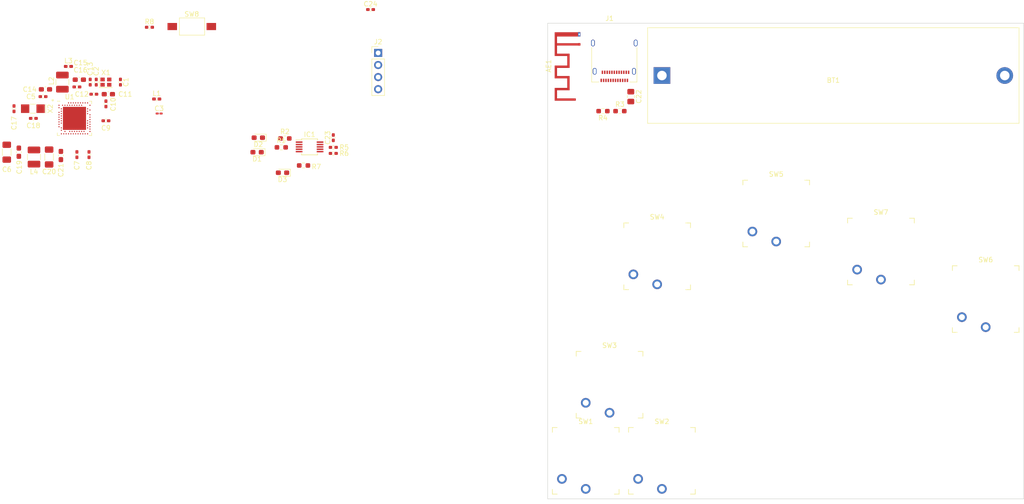
<source format=kicad_pcb>
(kicad_pcb (version 20210228) (generator pcbnew)
  (layers (0 "F.Cu" signal) (31 "B.Cu" signal) (34 "B.Paste" user) (35 "F.Paste" user) (36 "B.SilkS" user "B.Silkscreen") (37 "F.SilkS" user "F.Silkscreen") (38 "B.Mask" user) (39 "F.Mask" user) (44 "Edge.Cuts" user))
  (net 0 "")
  (net 1 "Net-(AE1-Pad1)")
  (net 2 "V_BAT")
  (net 3 "GND")
  (net 4 "Net-(C1-Pad2)")
  (net 5 "Net-(C2-Pad2)")
  (net 6 "Net-(C3-Pad1)")
  (net 7 "Net-(C5-Pad1)")
  (net 8 "VDD")
  (net 9 "Net-(C9-Pad1)")
  (net 10 "DEC4_6")
  (net 11 "Net-(C11-Pad1)")
  (net 12 "Net-(C13-Pad1)")
  (net 13 "Net-(C17-Pad2)")
  (net 14 "Net-(C18-Pad2)")
  (net 15 "Net-(C20-Pad2)")
  (net 16 "+5V")
  (net 17 "Net-(D1-Pad1)")
  (net 18 "Net-(D2-Pad1)")
  (net 19 "Net-(D3-Pad1)")
  (net 20 "Net-(IC1-Pad8)")
  (net 21 "Net-(IC1-Pad7)")
  (net 22 "Net-(IC1-Pad6)")
  (net 23 "Net-(IC1-Pad4)")
  (net 24 "Net-(IC1-Pad3)")
  (net 26 "USB_D-")
  (net 27 "USB_D+")
  (net 28 "Net-(J1-PadB5)")
  (net 31 "Net-(J1-PadA5)")
  (net 32 "RST")
  (net 33 "SWDCLK")
  (net 34 "SWDIO")
  (net 35 "Net-(L2-Pad2)")
  (net 36 "DCC")
  (net 37 "Net-(L4-Pad1)")
  (net 38 "Net-(R8-Pad2)")
  (net 39 "Net-(SW1-Pad2)")
  (net 40 "Net-(SW2-Pad2)")
  (net 41 "Net-(SW3-Pad2)")
  (net 42 "Net-(SW4-Pad2)")
  (net 43 "Net-(SW5-Pad2)")
  (net 44 "Net-(SW6-Pad2)")
  (net 45 "Net-(SW7-Pad2)")
  (footprint "Resistor_SMD:R_0603_1608Metric_Pad0.98x0.95mm_HandSolder" (layer "F.Cu") (at 27.178 30.48)
    (fp_text reference "R3" (at 0 -1.43) (layer "F.SilkS"))
    (fp_text value "5.1k")
    (pad "1" smd roundrect (at -0.9125 0) (size 0.975 0.95) (layers "F.Cu" "F.Paste" "F.Mask") (net 31 "Net-(J1-PadA5)"))
    (pad "2" smd roundrect (at 0.9125 0) (size 0.975 0.95) (layers "F.Cu" "F.Paste" "F.Mask") (net 3 "GND"))
  )
  (footprint "Button_Switch_SMD:SW_SPST_PTS636" (layer "F.Cu") (at -62.738 12.7)
    (fp_text reference "SW8" (at 0 -2.6) (layer "F.SilkS"))
    (fp_text value "SW_Push")
    (pad "1" smd rect (at -4.1 0) (size 2 1.5) (layers "F.Cu" "F.Paste" "F.Mask") (net 38 "Net-(R8-Pad2)"))
    (pad "2" smd rect (at 4.1 0) (size 2 1.5) (layers "F.Cu" "F.Paste" "F.Mask") (net 32 "RST"))
  )
  (footprint "Capacitor_SMD:C_0402_1005Metric_Pad0.74x0.62mm_HandSolder" (layer "F.Cu") (at -86.868 25.4)
    (fp_text reference "C16" (at 0.762 -3.556) (layer "F.SilkS"))
    (fp_text value "47nF")
    (pad "1" smd roundrect (at -0.5675 0) (size 0.735 0.62) (layers "F.Cu" "F.Paste" "F.Mask") (net 10 "DEC4_6"))
    (pad "2" smd roundrect (at 0.5675 0) (size 0.735 0.62) (layers "F.Cu" "F.Paste" "F.Mask") (net 3 "GND"))
  )
  (footprint "Inductor_SMD:L_1210_3225Metric_Pad1.42x2.65mm_HandSolder" (layer "F.Cu") (at -95.88 40.132 90)
    (fp_text reference "L4" (at -3.085 0 180) (layer "F.SilkS"))
    (fp_text value "10µH")
    (pad "1" smd roundrect (at -1.4875 0 90) (size 1.425 2.65) (layers "F.Cu" "F.Paste" "F.Mask") (roundrect_rratio 0.175439) (net 37 "Net-(L4-Pad1)"))
    (pad "2" smd roundrect (at 1.4875 0 90) (size 1.425 2.65) (layers "F.Cu" "F.Paste" "F.Mask") (roundrect_rratio 0.175439) (net 8 "VDD"))
  )
  (footprint "LED_SMD:LED_0603_1608Metric_Pad1.05x0.95mm_HandSolder" (layer "F.Cu") (at -49.022 39.116 180)
    (fp_text reference "D1" (at 0 -1.43) (layer "F.SilkS"))
    (fp_text value "LED_Small")
    (pad "1" smd roundrect (at -0.875 0 180) (size 1.05 0.95) (layers "F.Cu" "F.Paste" "F.Mask") (net 17 "Net-(D1-Pad1)"))
    (pad "2" smd roundrect (at 0.875 0 180) (size 1.05 0.95) (layers "F.Cu" "F.Paste" "F.Mask") (net 3 "GND"))
  )
  (footprint "Capacitor_SMD:C_0603_1608Metric_Pad1.08x0.95mm_HandSolder" (layer "F.Cu") (at -99.06 39.116 90)
    (fp_text reference "C19" (at -3.175 0.094 90) (layer "F.SilkS"))
    (fp_text value "4.7µF")
    (pad "1" smd roundrect (at -0.8625 0 90) (size 1.075 0.95) (layers "F.Cu" "F.Paste" "F.Mask") (net 3 "GND"))
    (pad "2" smd roundrect (at 0.8625 0 90) (size 1.075 0.95) (layers "F.Cu" "F.Paste" "F.Mask") (net 2 "V_BAT"))
  )
  (footprint "Inductor_SMD:L_1210_3225Metric_Pad1.42x2.65mm_HandSolder" (layer "F.Cu") (at -89.916 24.384 90)
    (fp_text reference "L2" (at 0.254 -2.286 90) (layer "F.SilkS"))
    (fp_text value "10µH")
    (pad "1" smd roundrect (at -1.4875 0 90) (size 1.425 2.65) (layers "F.Cu" "F.Paste" "F.Mask") (roundrect_rratio 0.175439) (net 36 "DCC"))
    (pad "2" smd roundrect (at 1.4875 0 90) (size 1.425 2.65) (layers "F.Cu" "F.Paste" "F.Mask") (roundrect_rratio 0.175439) (net 35 "Net-(L2-Pad2)"))
  )
  (footprint "LED_SMD:LED_0603_1608Metric_Pad1.05x0.95mm_HandSolder" (layer "F.Cu") (at -43.688 43.434 180)
    (fp_text reference "D3" (at 0 -1.43) (layer "F.SilkS"))
    (fp_text value "LED_Small")
    (pad "1" smd roundrect (at -0.875 0 180) (size 1.05 0.95) (layers "F.Cu" "F.Paste" "F.Mask") (net 19 "Net-(D3-Pad1)"))
    (pad "2" smd roundrect (at 0.875 0 180) (size 1.05 0.95) (layers "F.Cu" "F.Paste" "F.Mask") (net 3 "GND"))
  )
  (footprint "schematic:SW_PG1350" (layer "F.Cu") (at 20 104)
    (fp_text reference "SW1" (at 0 -8.255) (layer "F.SilkS"))
    (fp_text value "SW_Push")
    (pad "" np_thru_hole circle (at -5.5 0) (size 1.7018 1.7018) (drill 1.7018) (layers *.Cu *.Mask))
    (pad "" np_thru_hole circle (at 5.22 -4.2) (size 0.9906 0.9906) (drill 0.9906) (layers *.Cu *.Mask))
    (pad "" np_thru_hole circle (at 0 0) (size 3.429 3.429) (drill 3.429) (layers *.Cu *.Mask))
    (pad "" np_thru_hole circle (at 5.5 0) (size 1.7018 1.7018) (drill 1.7018) (layers *.Cu *.Mask))
    (pad "1" thru_hole circle (at 0 5.9) (size 2.032 2.032) (drill 1.27) (layers *.Cu *.Mask) (net 3 "GND"))
    (pad "2" thru_hole circle (at -5 3.8) (size 2.032 2.032) (drill 1.27) (layers *.Cu *.Mask) (net 39 "Net-(SW1-Pad2)"))
  )
  (footprint "Package_DFN_QFN:Nordic_AQFN-73-1EP_7x7mm_P0.5mm" (layer "F.Cu") (at -87.376 32.004)
    (fp_text reference "U1" (at -1.016 -4.5) (layer "F.SilkS"))
    (fp_text value "nRF52840")
    (pad "A8" smd circle (at -1.25 -3.25 180) (size 0.25 0.25) (layers "F.Cu" "F.Paste" "F.Mask"))
    (pad "A10" smd circle (at -0.75 -3.25 180) (size 0.25 0.25) (layers "F.Cu" "F.Paste" "F.Mask"))
    (pad "A12" smd circle (at -0.25 -3.25 180) (size 0.25 0.25) (layers "F.Cu" "F.Paste" "F.Mask"))
    (pad "A14" smd circle (at 0.25 -3.25 180) (size 0.25 0.25) (layers "F.Cu" "F.Paste" "F.Mask"))
    (pad "A16" smd circle (at 0.75 -3.25 180) (size 0.25 0.25) (layers "F.Cu" "F.Paste" "F.Mask"))
    (pad "A18" smd circle (at 1.25 -3.25 180) (size 0.25 0.25) (layers "F.Cu" "F.Paste" "F.Mask") (net 12 "Net-(C13-Pad1)"))
    (pad "A20" smd circle (at 1.75 -3.25 180) (size 0.25 0.25) (layers "F.Cu" "F.Paste" "F.Mask"))
    (pad "A22" smd circle (at 2.25 -3.25 180) (size 0.25 0.25) (layers "F.Cu" "F.Paste" "F.Mask") (net 8 "VDD"))
    (pad "A23" smd circle (at 2.75 -3.25 180) (size 0.25 0.25) (layers "F.Cu" "F.Paste" "F.Mask") (net 5 "Net-(C2-Pad2)"))
    (pad "AA24" smd circle (at 3.25 2.25 180) (size 0.25 0.25) (layers "F.Cu" "F.Paste" "F.Mask") (net 33 "SWDCLK"))
    (pad "AB2" smd circle (at -2.75 2.5 180) (size 0.25 0.25) (layers "F.Cu" "F.Paste" "F.Mask") (net 37 "Net-(L4-Pad1)"))
    (pad "AC5" smd circle (at -2 2.75 180) (size 0.25 0.25) (layers "F.Cu" "F.Paste" "F.Mask") (net 15 "Net-(C20-Pad2)"))
    (pad "AC9" smd circle (at -1 2.75 180) (size 0.25 0.25) (layers "F.Cu" "F.Paste" "F.Mask") (net 40 "Net-(SW2-Pad2)"))
    (pad "AC11" smd circle (at -0.5 2.75 180) (size 0.25 0.25) (layers "F.Cu" "F.Paste" "F.Mask") (net 42 "Net-(SW4-Pad2)"))
    (pad "AC13" smd circle (at 0 2.75 180) (size 0.25 0.25) (layers "F.Cu" "F.Paste" "F.Mask") (net 32 "RST"))
    (pad "AC15" smd circle (at 0.5 2.75 180) (size 0.25 0.25) (layers "F.Cu" "F.Paste" "F.Mask") (net 44 "Net-(SW6-Pad2)"))
    (pad "AC17" smd circle (at 1 2.75 180) (size 0.25 0.25) (layers "F.Cu" "F.Paste" "F.Mask"))
    (pad "AC19" smd circle (at 1.5 2.75 180) (size 0.25 0.25) (layers "F.Cu" "F.Paste" "F.Mask"))
    (pad "AC21" smd circle (at 2 2.75 180) (size 0.25 0.25) (layers "F.Cu" "F.Paste" "F.Mask"))
    (pad "AC24" smd circle (at 3.25 2.75 180) (size 0.25 0.25) (layers "F.Cu" "F.Paste" "F.Mask") (net 34 "SWDIO"))
    (pad "AD2" smd circle (at -2.75 3.25 180) (size 0.25 0.25) (layers "F.Cu" "F.Paste" "F.Mask") (net 16 "+5V"))
    (pad "AD4" smd circle (at -2.25 3.25 180) (size 0.25 0.25) (layers "F.Cu" "F.Paste" "F.Mask") (net 26 "USB_D-"))
    (pad "AD6" smd circle (at -1.75 3.25 180) (size 0.25 0.25) (layers "F.Cu" "F.Paste" "F.Mask") (net 27 "USB_D+"))
    (pad "AD8" smd circle (at -1.25 3.25 180) (size 0.25 0.25) (layers "F.Cu" "F.Paste" "F.Mask") (net 39 "Net-(SW1-Pad2)"))
    (pad "AD10" smd circle (at -0.75 3.25 180) (size 0.25 0.25) (layers "F.Cu" "F.Paste" "F.Mask") (net 41 "Net-(SW3-Pad2)"))
    (pad "AD12" smd circle (at -0.25 3.25 180) (size 0.25 0.25) (layers "F.Cu" "F.Paste" "F.Mask") (net 43 "Net-(SW5-Pad2)"))
    (pad "AD14" smd circle (at 0.25 3.25 180) (size 0.25 0.25) (layers "F.Cu" "F.Paste" "F.Mask") (net 8 "VDD"))
    (pad "AD16" smd circle (at 0.75 3.25 180) (size 0.25 0.25) (layers "F.Cu" "F.Paste" "F.Mask") (net 45 "Net-(SW7-Pad2)"))
    (pad "AD18" smd circle (at 1.25 3.25 180) (size 0.25 0.25) (layers "F.Cu" "F.Paste" "F.Mask"))
    (pad "AD20" smd circle (at 1.75 3.25 180) (size 0.25 0.25) (layers "F.Cu" "F.Paste" "F.Mask"))
    (pad "AD22" smd circle (at 2.25 3.25 180) (size 0.25 0.25) (layers "F.Cu" "F.Paste" "F.Mask"))
    (pad "AD23" smd circle (at 2.75 3.25 180) (size 0.25 0.25) (layers "F.Cu" "F.Paste" "F.Mask") (net 8 "VDD"))
    (pad "B1" smd circle (at -3.25 -2.75 180) (size 0.25 0.25) (layers "F.Cu" "F.Paste" "F.Mask") (net 8 "VDD"))
    (pad "B3" smd circle (at -2.5 -2.75 180) (size 0.25 0.25) (layers "F.Cu" "F.Paste" "F.Mask") (net 36 "DCC"))
    (pad "B5" smd circle (at -2 -2.75 180) (size 0.25 0.25) (layers "F.Cu" "F.Paste" "F.Mask") (net 10 "DEC4_6"))
    (pad "B7" smd circle (at -1.5 -2.75 180) (size 0.25 0.25) (layers "F.Cu" "F.Paste" "F.Mask") (net 3 "GND"))
    (pad "B9" smd circle (at -1 -2.75 180) (size 0.25 0.25) (layers "F.Cu" "F.Paste" "F.Mask"))
    (pad "B11" smd circle (at -0.5 -2.75 180) (size 0.25 0.25) (layers "F.Cu" "F.Paste" "F.Mask"))
    (pad "B13" smd circle (at 0 -2.75 180) (size 0.25 0.25) (layers "F.Cu" "F.Paste" "F.Mask"))
    (pad "B15" smd circle (at 0.5 -2.75 180) (size 0.25 0.25) (layers "F.Cu" "F.Paste" "F.Mask"))
    (pad "B17" smd circle (at 1 -2.75 180) (size 0.25 0.25) (layers "F.Cu" "F.Paste" "F.Mask"))
    (pad "B19" smd circle (at 1.5 -2.75 180) (size 0.25 0.25) (layers "F.Cu" "F.Paste" "F.Mask"))
    (pad "B24" smd circle (at 3.25 -2.75 180) (size 0.25 0.25) (layers "F.Cu" "F.Paste" "F.Mask") (net 4 "Net-(C1-Pad2)"))
    (pad "C1" smd circle (at -3.25 -2.25 180) (size 0.25 0.25) (layers "F.Cu" "F.Paste" "F.Mask") (net 7 "Net-(C5-Pad1)"))
    (pad "D2" smd circle (at -2.75 -2 180) (size 0.25 0.25) (layers "F.Cu" "F.Paste" "F.Mask") (net 13 "Net-(C17-Pad2)"))
    (pad "D23" smd circle (at 2.75 -2 180) (size 0.25 0.25) (layers "F.Cu" "F.Paste" "F.Mask") (net 11 "Net-(C11-Pad1)"))
    (pad "E24" smd circle (at 3.25 -1.75 180) (size 0.25 0.25) (layers "F.Cu" "F.Paste" "F.Mask") (net 10 "DEC4_6"))
    (pad "EP" smd rect (at 0 0 180) (size 4.85 4.85) (layers "F.Cu" "F.Mask") (net 3 "GND"))
    (pad "F2" smd circle (at -2.75 -1.5 180) (size 0.25 0.25) (layers "F.Cu" "F.Paste" "F.Mask") (net 14 "Net-(C18-Pad2)"))
    (pad "F23" smd circle (at 2.75 -1.5 180) (size 0.25 0.25) (layers "F.Cu" "F.Paste" "F.Mask") (net 3 "GND"))
    (pad "G1" smd circle (at -3.25 -1.25 180) (size 0.25 0.25) (layers "F.Cu" "F.Paste" "F.Mask"))
    (pad "H2" smd circle (at -2.75 -1 180) (size 0.25 0.25) (layers "F.Cu" "F.Paste" "F.Mask"))
    (pad "H23" smd circle (at 2.75 -1 180) (size 0.25 0.25) (layers "F.Cu" "F.Paste" "F.Mask") (net 6 "Net-(C3-Pad1)"))
    (pad "J1" smd circle (at -3.25 -0.75 180) (size 0.25 0.25) (layers "F.Cu" "F.Paste" "F.Mask"))
    (pad "J24" smd circle (at 3.25 -0.75 180) (size 0.25 0.25) (layers "F.Cu" "F.Paste" "F.Mask"))
    (pad "K2" smd circle (at -2.75 -0.5 180) (size 0.25 0.25) (layers "F.Cu" "F.Paste" "F.Mask"))
    (pad "L1" smd circle (at -3.25 -0.25 180) (size 0.25 0.25) (layers "F.Cu" "F.Paste" "F.Mask"))
    (pad "L24" smd circle (at 3.25 -0.25 180) (size 0.25 0.25) (layers "F.Cu" "F.Paste" "F.Mask"))
    (pad "M2" smd circle (at -2.75 0 180) (size 0.25 0.25) (layers "F.Cu" "F.Paste" "F.Mask"))
    (pad "N1" smd circle (at -3.25 0.25 180) (size 0.25 0.25) (layers "F.Cu" "F.Paste" "F.Mask"))
    (pad "N24" smd circle (at 3.25 0.25 180) (size 0.25 0.25) (layers "F.Cu" "F.Paste" "F.Mask") (net 9 "Net-(C9-Pad1)"))
    (pad "P2" smd circle (at -2.75 0.5 180) (size 0.25 0.25) (layers "F.Cu" "F.Paste" "F.Mask"))
    (pad "P23" smd circle (at 2.75 0.5 180) (size 0.25 0.25) (layers "F.Cu" "F.Paste" "F.Mask"))
    (pad "R1" smd circle (at -3.25 0.75 180) (size 0.25 0.25) (layers "F.Cu" "F.Paste" "F.Mask"))
    (pad "R24" smd circle (at 3.25 0.75 180) (size 0.25 0.25) (layers "F.Cu" "F.Paste" "F.Mask"))
    (pad "T2" smd circle (at -2.75 1 180) (size 0.25 0.25) (layers "F.Cu" "F.Paste" "F.Mask"))
    (pad "T23" smd circle (at 2.75 1 180) (size 0.25 0.25) (layers "F.Cu" "F.Paste" "F.Mask"))
    (pad "U1" smd circle (at -3.25 1.25 180) (size 0.25 0.25) (layers "F.Cu" "F.Paste" "F.Mask"))
    (pad "U24" smd circle (at 3.25 1.25 180) (size 0.25 0.25) (layers "F.Cu" "F.Paste" "F.Mask"))
    (pad "V23" smd circle (at 2.75 1.5 180) (size 0.25 0.25) (layers "F.Cu" "F.Paste" "F.Mask"))
    (pad "W1" smd circle (at -3.25 1.75 180) (size 0.25 0.25) (layers "F.Cu" "F.Paste" "F.Mask") (net 8 "VDD"))
    (pad "W24" smd circle (at 3.25 1.75 180) (size 0.25 0.25) (layers "F.Cu" "F.Paste" "F.Mask"))
    (pad "Y2" smd circle (at -2.75 2 180) (size 0.25 0.25) (layers "F.Cu" "F.Paste" "F.Mask") (net 2 "V_BAT"))
    (pad "Y23" smd circle (at 2.75 2 180) (size 0.25 0.25) (layers "F.Cu" "F.Paste" "F.Mask"))
  )
  (footprint "Capacitor_SMD:C_0402_1005Metric_Pad0.74x0.62mm_HandSolder" (layer "F.Cu") (at -86.868 39.624 -90)
    (fp_text reference "C7" (at 2.286 0 90) (layer "F.SilkS"))
    (fp_text value "100nF")
    (pad "1" smd roundrect (at -0.5675 0 270) (size 0.735 0.62) (layers "F.Cu" "F.Paste" "F.Mask") (net 8 "VDD"))
    (pad "2" smd roundrect (at 0.5675 0 270) (size 0.735 0.62) (layers "F.Cu" "F.Paste" "F.Mask") (net 3 "GND"))
  )
  (footprint "Capacitor_SMD:C_0402_1005Metric_Pad0.74x0.62mm_HandSolder" (layer "F.Cu") (at -84.074 24.384 90)
    (fp_text reference "C13" (at 2.794 0 90) (layer "F.SilkS"))
    (fp_text value "nc")
    (pad "1" smd roundrect (at -0.5675 0 90) (size 0.735 0.62) (layers "F.Cu" "F.Paste" "F.Mask") (net 12 "Net-(C13-Pad1)"))
    (pad "2" smd roundrect (at 0.5675 0 90) (size 0.735 0.62) (layers "F.Cu" "F.Paste" "F.Mask") (net 3 "GND"))
  )
  (footprint "schematic:SW_PG1350" (layer "F.Cu") (at 60 52)
    (fp_text reference "SW5" (at 0 -8.255) (layer "F.SilkS"))
    (fp_text value "SW_Push")
    (pad "" np_thru_hole circle (at -5.5 0) (size 1.7018 1.7018) (drill 1.7018) (layers *.Cu *.Mask))
    (pad "" np_thru_hole circle (at 5.22 -4.2) (size 0.9906 0.9906) (drill 0.9906) (layers *.Cu *.Mask))
    (pad "" np_thru_hole circle (at 0 0) (size 3.429 3.429) (drill 3.429) (layers *.Cu *.Mask))
    (pad "" np_thru_hole circle (at 5.5 0) (size 1.7018 1.7018) (drill 1.7018) (layers *.Cu *.Mask))
    (pad "1" thru_hole circle (at 0 5.9) (size 2.032 2.032) (drill 1.27) (layers *.Cu *.Mask) (net 3 "GND"))
    (pad "2" thru_hole circle (at -5 3.8) (size 2.032 2.032) (drill 1.27) (layers *.Cu *.Mask) (net 43 "Net-(SW5-Pad2)"))
  )
  (footprint "Capacitor_SMD:C_1206_3216Metric_Pad1.33x1.80mm_HandSolder" (layer "F.Cu") (at -92.705 40.132 90)
    (fp_text reference "C20" (at -3.085 0 180) (layer "F.SilkS"))
    (fp_text value "4.7µF")
    (pad "1" smd roundrect (at -1.5625 0 90) (size 1.325 1.8) (layers "F.Cu" "F.Paste" "F.Mask") (roundrect_rratio 0.188679) (net 3 "GND"))
    (pad "2" smd roundrect (at 1.5625 0 90) (size 1.325 1.8) (layers "F.Cu" "F.Paste" "F.Mask") (roundrect_rratio 0.188679) (net 15 "Net-(C20-Pad2)"))
  )
  (footprint "Resistor_SMD:R_0603_1608Metric_Pad0.98x0.95mm_HandSolder" (layer "F.Cu") (at 23.622 30.48 180)
    (fp_text reference "R4" (at 0 -1.43) (layer "F.SilkS"))
    (fp_text value "5.1k")
    (pad "1" smd roundrect (at -0.9125 0 180) (size 0.975 0.95) (layers "F.Cu" "F.Paste" "F.Mask") (net 28 "Net-(J1-PadB5)"))
    (pad "2" smd roundrect (at 0.9125 0 180) (size 0.975 0.95) (layers "F.Cu" "F.Paste" "F.Mask") (net 3 "GND"))
  )
  (footprint "Resistor_SMD:R_0603_1608Metric_Pad0.98x0.95mm_HandSolder" (layer "F.Cu") (at -39.2665 41.91)
    (fp_text reference "R7" (at 2.6905 0.254) (layer "F.SilkS"))
    (fp_text value "470")
    (pad "1" smd roundrect (at -0.9125 0) (size 0.975 0.95) (layers "F.Cu" "F.Paste" "F.Mask") (net 19 "Net-(D3-Pad1)"))
    (pad "2" smd roundrect (at 0.9125 0) (size 0.975 0.95) (layers "F.Cu" "F.Paste" "F.Mask") (net 21 "Net-(IC1-Pad7)"))
  )
  (footprint "Resistor_SMD:R_0402_1005Metric_Pad0.72x0.64mm_HandSolder" (layer "F.Cu") (at -33.02 39.37 180)
    (fp_text reference "R6" (at -2.286 0) (layer "F.SilkS"))
    (fp_text value "1k")
    (pad "1" smd roundrect (at -0.5975 0 180) (size 0.715 0.64) (layers "F.Cu" "F.Paste" "F.Mask") (net 3 "GND"))
    (pad "2" smd roundrect (at 0.5975 0 180) (size 0.715 0.64) (layers "F.Cu" "F.Paste" "F.Mask") (net 22 "Net-(IC1-Pad6)"))
  )
  (footprint "schematic:SW_PG1350" (layer "F.Cu") (at 104 70)
    (fp_text reference "SW6" (at 0 -8.255) (layer "F.SilkS"))
    (fp_text value "SW_Push")
    (pad "" np_thru_hole circle (at 5.22 -4.2) (size 0.9906 0.9906) (drill 0.9906) (layers *.Cu *.Mask))
    (pad "" np_thru_hole circle (at -5.5 0) (size 1.7018 1.7018) (drill 1.7018) (layers *.Cu *.Mask))
    (pad "" np_thru_hole circle (at 5.5 0) (size 1.7018 1.7018) (drill 1.7018) (layers *.Cu *.Mask))
    (pad "" np_thru_hole circle (at 0 0) (size 3.429 3.429) (drill 3.429) (layers *.Cu *.Mask))
    (pad "1" thru_hole circle (at 0 5.9) (size 2.032 2.032) (drill 1.27) (layers *.Cu *.Mask) (net 3 "GND"))
    (pad "2" thru_hole circle (at -5 3.8) (size 2.032 2.032) (drill 1.27) (layers *.Cu *.Mask) (net 44 "Net-(SW6-Pad2)"))
  )
  (footprint "Capacitor_SMD:C_0402_1005Metric_Pad0.74x0.62mm_HandSolder" (layer "F.Cu") (at -100.076 29.972 -90)
    (fp_text reference "C17" (at 3.048 0 90) (layer "F.SilkS"))
    (fp_text value "12pF")
    (pad "1" smd roundrect (at -0.5675 0 270) (size 0.735 0.62) (layers "F.Cu" "F.Paste" "F.Mask") (net 3 "GND"))
    (pad "2" smd roundrect (at 0.5675 0 270) (size 0.735 0.62) (layers "F.Cu" "F.Paste" "F.Mask") (net 13 "Net-(C17-Pad2)"))
  )
  (footprint "Capacitor_SMD:C_0805_2012Metric_Pad1.18x1.45mm_HandSolder" (layer "F.Cu") (at 29.464 27.432 -90)
    (fp_text reference "C22" (at 0 -1.68 90) (layer "F.SilkS"))
    (fp_text value "10µF")
    (pad "1" smd roundrect (at -1.0375 0 270) (size 1.175 1.45) (layers "F.Cu" "F.Paste" "F.Mask") (roundrect_rratio 0.212766) (net 16 "+5V"))
    (pad "2" smd roundrect (at 1.0375 0 270) (size 1.175 1.45) (layers "F.Cu" "F.Paste" "F.Mask") (roundrect_rratio 0.212766) (net 3 "GND"))
  )
  (footprint "Resistor_SMD:R_0402_1005Metric_Pad0.72x0.64mm_HandSolder" (layer "F.Cu") (at -33.02 38.1)
    (fp_text reference "R5" (at 2.286 0) (layer "F.SilkS"))
    (fp_text value "10k")
    (pad "1" smd roundrect (at -0.5975 0) (size 0.715 0.64) (layers "F.Cu" "F.Paste" "F.Mask") (net 20 "Net-(IC1-Pad8)"))
    (pad "2" smd roundrect (at 0.5975 0) (size 0.715 0.64) (layers "F.Cu" "F.Paste" "F.Mask") (net 3 "GND"))
  )
  (footprint "Capacitor_SMD:C_0402_1005Metric_Pad0.74x0.62mm_HandSolder" (layer "F.Cu") (at -77.724 24.384 -90)
    (fp_text reference "C1" (at 0 -1.16 90) (layer "F.SilkS"))
    (fp_text value "12pF")
    (pad "1" smd roundrect (at -0.5675 0 270) (size 0.735 0.62) (layers "F.Cu" "F.Paste" "F.Mask") (net 3 "GND"))
    (pad "2" smd roundrect (at 0.5675 0 270) (size 0.735 0.62) (layers "F.Cu" "F.Paste" "F.Mask") (net 4 "Net-(C1-Pad2)"))
  )
  (footprint "Capacitor_SMD:C_0402_1005Metric_Pad0.74x0.62mm_HandSolder" (layer "F.Cu") (at -93.98 27.432 180)
    (fp_text reference "C5" (at 2.54 0) (layer "F.SilkS"))
    (fp_text value "100nF")
    (pad "1" smd roundrect (at -0.5675 0 180) (size 0.735 0.62) (layers "F.Cu" "F.Paste" "F.Mask") (net 7 "Net-(C5-Pad1)"))
    (pad "2" smd roundrect (at 0.5675 0 180) (size 0.735 0.62) (layers "F.Cu" "F.Paste" "F.Mask") (net 3 "GND"))
  )
  (footprint "Capacitor_SMD:C_0402_1005Metric_Pad0.74x0.62mm_HandSolder" (layer "F.Cu") (at -84.328 39.624 -90)
    (fp_text reference "C8" (at 2.286 0 90) (layer "F.SilkS"))
    (fp_text value "100nF")
    (pad "1" smd roundrect (at -0.5675 0 270) (size 0.735 0.62) (layers "F.Cu" "F.Paste" "F.Mask") (net 8 "VDD"))
    (pad "2" smd roundrect (at 0.5675 0 270) (size 0.735 0.62) (layers "F.Cu" "F.Paste" "F.Mask") (net 3 "GND"))
  )
  (footprint "Resistor_SMD:R_0603_1608Metric_Pad0.98x0.95mm_HandSolder" (layer "F.Cu") (at -43.942 38.1)
    (fp_text reference "R1" (at 0 -1.43) (layer "F.SilkS"))
    (fp_text value "470")
    (pad "1" smd roundrect (at -0.9125 0) (size 0.975 0.95) (layers "F.Cu" "F.Paste" "F.Mask") (net 17 "Net-(D1-Pad1)"))
    (pad "2" smd roundrect (at 0.9125 0) (size 0.975 0.95) (layers "F.Cu" "F.Paste" "F.Mask") (net 24 "Net-(IC1-Pad3)"))
  )
  (footprint "schematic:SW_PG1350" (layer "F.Cu") (at 36 104)
    (fp_text reference "SW2" (at 0 -8.255) (layer "F.SilkS"))
    (fp_text value "SW_Push")
    (pad "" np_thru_hole circle (at 5.22 -4.2) (size 0.9906 0.9906) (drill 0.9906) (layers *.Cu *.Mask))
    (pad "" np_thru_hole circle (at 0 0) (size 3.429 3.429) (drill 3.429) (layers *.Cu *.Mask))
    (pad "" np_thru_hole circle (at -5.5 0) (size 1.7018 1.7018) (drill 1.7018) (layers *.Cu *.Mask))
    (pad "" np_thru_hole circle (at 5.5 0) (size 1.7018 1.7018) (drill 1.7018) (layers *.Cu *.Mask))
    (pad "1" thru_hole circle (at 0 5.9) (size 2.032 2.032) (drill 1.27) (layers *.Cu *.Mask) (net 3 "GND"))
    (pad "2" thru_hole circle (at -5 3.8) (size 2.032 2.032) (drill 1.27) (layers *.Cu *.Mask) (net 40 "Net-(SW2-Pad2)"))
  )
  (footprint "Connector_PinHeader_2.54mm:PinHeader_1x04_P2.54mm_Vertical" (layer "F.Cu") (at -23.6 18.25)
    (fp_text reference "J2" (at 0 -2.33) (layer "F.SilkS"))
    (fp_text value "Conn_01x04_Male")
    (pad "1" thru_hole rect (at 0 0) (size 1.7 1.7) (drill 1) (layers *.Cu *.Mask) (net 34 "SWDIO"))
    (pad "2" thru_hole oval (at 0 2.54) (size 1.7 1.7) (drill 1) (layers *.Cu *.Mask) (net 33 "SWDCLK"))
    (pad "3" thru_hole oval (at 0 5.08) (size 1.7 1.7) (drill 1) (layers *.Cu *.Mask) (net 32 "RST"))
    (pad "4" thru_hole oval (at 0 7.62) (size 1.7 1.7) (drill 1) (layers *.Cu *.Mask) (net 3 "GND"))
  )
  (footprint "Capacitor_SMD:C_0201_0603Metric_Pad0.64x0.40mm_HandSolder" (layer "F.Cu") (at -69.596 30.988)
    (fp_text reference "C3" (at 0 -1.05) (layer "F.SilkS"))
    (fp_text value "0.8pF")
    (pad "1" smd roundrect (at -0.4075 0) (size 0.635 0.4) (layers "F.Cu" "F.Mask") (net 6 "Net-(C3-Pad1)"))
    (pad "2" smd roundrect (at 0.4075 0) (size 0.635 0.4) (layers "F.Cu" "F.Mask") (net 3 "GND"))
  )
  (footprint "Capacitor_SMD:C_0402_1005Metric_Pad0.74x0.62mm_HandSolder" (layer "F.Cu") (at -80.772 32.512)
    (fp_text reference "C9" (at 0 1.524) (layer "F.SilkS"))
    (fp_text value "820pF")
    (pad "1" smd roundrect (at -0.5675 0) (size 0.735 0.62) (layers "F.Cu" "F.Paste" "F.Mask") (net 9 "Net-(C9-Pad1)"))
    (pad "2" smd roundrect (at 0.5675 0) (size 0.735 0.62) (layers "F.Cu" "F.Paste" "F.Mask") (net 3 "GND"))
  )
  (footprint "Package_SO:MSOP-10_3x3mm_P0.5mm" (layer "F.Cu") (at -38 38)
    (fp_text reference "IC1" (at 0 -2.6) (layer "F.SilkS"))
    (fp_text value "MCP73833-BZI_UN")
    (pad "1" smd rect (at -2.2 -1) (size 1.4 0.3) (layers "F.Cu" "F.Paste" "F.Mask") (net 16 "+5V"))
    (pad "2" smd rect (at -2.2 -0.5) (size 1.4 0.3) (layers "F.Cu" "F.Paste" "F.Mask") (net 16 "+5V"))
    (pad "3" smd rect (at -2.2 0) (size 1.4 0.3) (layers "F.Cu" "F.Paste" "F.Mask") (net 24 "Net-(IC1-Pad3)"))
    (pad "4" smd rect (at -2.2 0.5) (size 1.4 0.3) (layers "F.Cu" "F.Paste" "F.Mask") (net 23 "Net-(IC1-Pad4)"))
    (pad "5" smd rect (at -2.2 1) (size 1.4 0.3) (layers "F.Cu" "F.Paste" "F.Mask") (net 3 "GND"))
    (pad "6" smd rect (at 2.2 1) (size 1.4 0.3) (layers "F.Cu" "F.Paste" "F.Mask") (net 22 "Net-(IC1-Pad6)"))
    (pad "7" smd rect (at 2.2 0.5) (size 1.4 0.3) (layers "F.Cu" "F.Paste" "F.Mask") (net 21 "Net-(IC1-Pad7)"))
    (pad "8" smd rect (at 2.2 0) (size 1.4 0.3) (layers "F.Cu" "F.Paste" "F.Mask") (net 20 "Net-(IC1-Pad8)"))
    (pad "9" smd rect (at 2.2 -0.5) (size 1.4 0.3) (layers "F.Cu" "F.Paste" "F.Mask") (net 2 "V_BAT"))
    (pad "10" smd rect (at 2.2 -1) (size 1.4 0.3) (layers "F.Cu" "F.Paste" "F.Mask") (net 2 "V_BAT"))
  )
  (footprint "Crystal:Crystal_SMD_2016-4Pin_2.0x1.6mm" (layer "F.Cu") (at -80.772 24.384)
    (fp_text reference "X1" (at 0 -2) (layer "F.SilkS"))
    (fp_text value "32MHz")
    (pad "1" smd rect (at -0.7 0.55) (size 0.9 0.8) (layers "F.Cu" "F.Paste" "F.Mask") (net 4 "Net-(C1-Pad2)"))
    (pad "2" smd rect (at 0.7 0.55) (size 0.9 0.8) (layers "F.Cu" "F.Paste" "F.Mask") (net 5 "Net-(C2-Pad2)"))
    (pad "3" smd rect (at 0.7 -0.55) (size 0.9 0.8) (layers "F.Cu" "F.Paste" "F.Mask"))
    (pad "4" smd rect (at -0.7 -0.55) (size 0.9 0.8) (layers "F.Cu" "F.Paste" "F.Mask"))
  )
  (footprint "schematic:SW_PG1350" (layer "F.Cu") (at 82 60)
    (fp_text reference "SW7" (at 0 -8.255) (layer "F.SilkS"))
    (fp_text value "SW_Push")
    (pad "" np_thru_hole circle (at 5.5 0) (size 1.7018 1.7018) (drill 1.7018) (layers *.Cu *.Mask))
    (pad "" np_thru_hole circle (at 0 0) (size 3.429 3.429) (drill 3.429) (layers *.Cu *.Mask))
    (pad "" np_thru_hole circle (at 5.22 -4.2) (size 0.9906 0.9906) (drill 0.9906) (layers *.Cu *.Mask))
    (pad "" np_thru_hole circle (at -5.5 0) (size 1.7018 1.7018) (drill 1.7018) (layers *.Cu *.Mask))
    (pad "1" thru_hole circle (at 0 5.9) (size 2.032 2.032) (drill 1.27) (layers *.Cu *.Mask) (net 3 "GND"))
    (pad "2" thru_hole circle (at -5 3.8) (size 2.032 2.032) (drill 1.27) (layers *.Cu *.Mask) (net 45 "Net-(SW7-Pad2)"))
  )
  (footprint "Capacitor_SMD:C_0402_1005Metric_Pad0.74x0.62mm_HandSolder" (layer "F.Cu") (at -83.312 26.924)
    (fp_text reference "C12" (at -2.54 0) (layer "F.SilkS"))
    (fp_text value "100nF")
    (pad "1" smd roundrect (at -0.5675 0) (size 0.735 0.62) (layers "F.Cu" "F.Paste" "F.Mask") (net 8 "VDD"))
    (pad "2" smd roundrect (at 0.5675 0) (size 0.735 0.62) (layers "F.Cu" "F.Paste" "F.Mask") (net 3 "GND"))
  )
  (footprint "LED_SMD:LED_0603_1608Metric_Pad1.05x0.95mm_HandSolder" (layer "F.Cu") (at -48.768 36.068 180)
    (fp_text reference "D2" (at 0 -1.43) (layer "F.SilkS"))
    (fp_text value "LED_Small")
    (pad "1" smd roundrect (at -0.875 0 180) (size 1.05 0.95) (layers "F.Cu" "F.Paste" "F.Mask") (net 18 "Net-(D2-Pad1)"))
    (pad "2" smd roundrect (at 0.875 0 180) (size 1.05 0.95) (layers "F.Cu" "F.Paste" "F.Mask") (net 3 "GND"))
  )
  (footprint "schematic:SW_PG1350" (layer "F.Cu") (at 25 88)
    (fp_text reference "SW3" (at 0 -8.255) (layer "F.SilkS"))
    (fp_text value "SW_Push")
    (pad "" np_thru_hole circle (at 5.22 -4.2) (size 0.9906 0.9906) (drill 0.9906) (layers *.Cu *.Mask))
    (pad "" np_thru_hole circle (at 0 0) (size 3.429 3.429) (drill 3.429) (layers *.Cu *.Mask))
    (pad "" np_thru_hole circle (at 5.5 0) (size 1.7018 1.7018) (drill 1.7018) (layers *.Cu *.Mask))
    (pad "" np_thru_hole circle (at -5.5 0) (size 1.7018 1.7018) (drill 1.7018) (layers *.Cu *.Mask))
    (pad "1" thru_hole circle (at 0 5.9) (size 2.032 2.032) (drill 1.27) (layers *.Cu *.Mask) (net 3 "GND"))
    (pad "2" thru_hole circle (at -5 3.8) (size 2.032 2.032) (drill 1.27) (layers *.Cu *.Mask) (net 41 "Net-(SW3-Pad2)"))
  )
  (footprint "Capacitor_SMD:C_0603_1608Metric_Pad1.08x0.95mm_HandSolder" (layer "F.Cu") (at -86.36 23.876)
    (fp_text reference "C15" (at 0.254 -3.556) (layer "F.SilkS"))
    (fp_text value "1µF")
    (pad "1" smd roundrect (at -0.8625 0) (size 1.075 0.95) (layers "F.Cu" "F.Paste" "F.Mask") (net 10 "DEC4_6"))
    (pad "2" smd roundrect (at 0.8625 0) (size 1.075 0.95) (layers "F.Cu" "F.Paste" "F.Mask") (net 3 "GND"))
  )
  (footprint "Capacitor_SMD:C_0402_1005Metric_Pad0.74x0.62mm_HandSolder" (layer "F.Cu") (at -96.012 32.004)
    (fp_text reference "C18" (at 0 1.524) (layer "F.SilkS"))
    (fp_text value "12pF")
    (pad "1" smd roundrect (at -0.5675 0) (size 0.735 0.62) (layers "F.Cu" "F.Paste" "F.Mask") (net 3 "GND"))
    (pad "2" smd roundrect (at 0.5675 0) (size 0.735 0.62) (layers "F.Cu" "F.Paste" "F.Mask") (net 14 "Net-(C18-Pad2)"))
  )
  (footprint "Capacitor_SMD:C_0402_1005Metric_Pad0.74x0.62mm_HandSolder" (layer "F.Cu") (at -33.02 36.068 90)
    (fp_text reference "C23" (at 0 -1.16 90) (layer "F.SilkS"))
    (fp_text value "1µF")
    (pad "1" smd roundrect (at -0.5675 0 90) (size 0.735 0.62) (layers "F.Cu" "F.Paste" "F.Mask") (net 2 "V_BAT"))
    (pad "2" smd roundrect (at 0.5675 0 90) (size 0.735 0.62) (layers "F.Cu" "F.Paste" "F.Mask") (net 3 "GND"))
  )
  (footprint "Inductor_SMD:L_0402_1005Metric_Pad0.77x0.64mm_HandSolder" (layer "F.Cu") (at -70.104 27.94)
    (fp_text reference "L1" (at 0 -1.17) (layer "F.SilkS"))
    (fp_text value "3.9nH")
    (pad "1" smd roundrect (at -0.5725 0) (size 0.765 0.64) (layers "F.Cu" "F.Paste" "F.Mask") (net 1 "Net-(AE1-Pad1)"))
    (pad "2" smd roundrect (at 0.5725 0) (size 0.765 0.64) (layers "F.Cu" "F.Paste" "F.Mask") (net 6 "Net-(C3-Pad1)"))
  )
  (footprint "Battery:BatteryHolder_MPD_BH-18650-PC2" (layer "F.Cu") (at 36 23)
    (fp_text reference "BT1" (at 36 1) (layer "F.SilkS"))
    (fp_text value "Battery_Cell")
    (pad "" np_thru_hole circle (at 8.645 0) (size 3.2 3.2) (drill 3.2) (layers *.Cu *.Mask))
    (pad "" np_thru_hole circle (at 64.255 0) (size 3.2 3.2) (drill 3.2) (layers *.Cu *.Mask))
    (pad "1" thru_hole rect (at 0 0) (size 3.5 3.5) (drill 2) (layers *.Cu *.Mask) (net 2 "V_BAT"))
    (pad "2" thru_hole circle (at 72 0) (size 3.5 3.5) (drill 2) (layers *.Cu *.Mask) (net 3 "GND"))
  )
  (footprint "Capacitor_SMD:C_0402_1005Metric_Pad0.74x0.62mm_HandSolder" (layer "F.Cu") (at -82.804 24.384 -90)
    (fp_text reference "C2" (at -2.286 0 90) (layer "F.SilkS"))
    (fp_text value "12pF")
    (pad "1" smd roundrect (at -0.5675 0 270) (size 0.735 0.62) (layers "F.Cu" "F.Paste" "F.Mask") (net 3 "GND"))
    (pad "2" smd roundrect (at 0.5675 0 270) (size 0.735 0.62) (layers "F.Cu" "F.Paste" "F.Mask") (net 5 "Net-(C2-Pad2)"))
  )
  (footprint "Inductor_SMD:L_0402_1005Metric_Pad0.77x0.64mm_HandSolder" (layer "F.Cu") (at -88.646 21.082)
    (fp_text reference "L3" (at 0 -1.17) (layer "F.SilkS"))
    (fp_text value "15nH")
    (pad "1" smd roundrect (at -0.5725 0) (size 0.765 0.64) (layers "F.Cu" "F.Paste" "F.Mask") (net 35 "Net-(L2-Pad2)"))
    (pad "2" smd roundrect (at 0.5725 0) (size 0.765 0.64) (layers "F.Cu" "F.Paste" "F.Mask") (net 10 "DEC4_6"))
  )
  (footprint "Crystal:Crystal_SMD_MicroCrystal_CC7V-T1A-2Pin_3.2x1.5mm_HandSoldering" (layer "F.Cu") (at -96.113 29.972 180)
    (fp_text reference "X2" (at -3.657 0 90) (layer "F.SilkS"))
    (fp_text value "32.768kHz")
    (pad "1" smd rect (at -1.625 0 180) (size 1.75 1.8) (layers "F.Cu" "F.Paste" "F.Mask") (net 14 "Net-(C18-Pad2)"))
    (pad "2" smd rect (at 1.625 0 180) (size 1.75 1.8) (layers "F.Cu" "F.Paste" "F.Mask") (net 13 "Net-(C17-Pad2)"))
  )
  (footprint "Capacitor_SMD:C_1206_3216Metric_Pad1.33x1.80mm_HandSolder" (layer "F.Cu") (at -101.6 39.116 -90)
    (fp_text reference "C6" (at 3.6285 -0.014 180) (layer "F.SilkS"))
    (fp_text value "4.7µF")
    (pad "1" smd roundrect (at -1.5625 0 270) (size 1.325 1.8) (layers "F.Cu" "F.Paste" "F.Mask") (roundrect_rratio 0.188679) (net 8 "VDD"))
    (pad "2" smd roundrect (at 1.5625 0 270) (size 1.325 1.8) (layers "F.Cu" "F.Paste" "F.Mask") (roundrect_rratio 0.188679) (net 3 "GND"))
  )
  (footprint "Resistor_SMD:R_0402_1005Metric_Pad0.72x0.64mm_HandSolder" (layer "F.Cu") (at -71.628 12.854)
    (fp_text reference "R8" (at 0 -1.17) (layer "F.SilkS"))
    (fp_text value "10k")
    (pad "1" smd roundrect (at -0.5975 0) (size 0.715 0.64) (layers "F.Cu" "F.Paste" "F.Mask") (net 3 "GND"))
    (pad "2" smd roundrect (at 0.5975 0) (size 0.715 0.64) (layers "F.Cu" "F.Paste" "F.Mask") (net 38 "Net-(R8-Pad2)"))
  )
  (footprint "Resistor_SMD:R_0603_1608Metric_Pad0.98x0.95mm_HandSolder" (layer "F.Cu") (at -43.18 36.228)
    (fp_text reference "R2" (at 0 -1.43) (layer "F.SilkS"))
    (fp_text value "470")
    (pad "1" smd roundrect (at -0.9125 0) (size 0.975 0.95) (layers "F.Cu" "F.Paste" "F.Mask") (net 18 "Net-(D2-Pad1)"))
    (pad "2" smd roundrect (at 0.9125 0) (size 0.975 0.95) (layers "F.Cu" "F.Paste" "F.Mask") (net 23 "Net-(IC1-Pad4)"))
  )
  (footprint "Connector_USB:USB_C_Receptacle_Amphenol_12401610E4-2A" (layer "F.Cu") (at 26 19 180)
    (fp_text reference "J1" (at 1 8) (layer "F.SilkS"))
    (fp_text value "USB_C_Receptacle_USB2.0")
    (pad "" np_thru_hole circle (at -3.6 -4.36 180) (size 0.65 0.65) (drill 0.65) (layers *.Cu *.Mask))
    (pad "" np_thru_hole oval (at 3.6 -4.36 180) (size 0.95 0.65) (drill oval 0.95 0.65) (layers *.Cu *.Mask))
    (pad "A1" smd rect (at -2.75 -5.02 180) (size 0.3 0.7) (layers "F.Cu" "F.Paste" "F.Mask") (net 3 "GND"))
    (pad "A2" smd rect (at -2.25 -5.02 180) (size 0.3 0.7) (layers "F.Cu" "F.Paste" "F.Mask"))
    (pad "A3" smd rect (at -1.75 -5.02 180) (size 0.3 0.7) (layers "F.Cu" "F.Paste" "F.Mask"))
    (pad "A4" smd rect (at -1.25 -5.02 180) (size 0.3 0.7) (layers "F.Cu" "F.Paste" "F.Mask") (net 16 "+5V"))
    (pad "A5" smd rect (at -0.75 -5.02 180) (size 0.3 0.7) (layers "F.Cu" "F.Paste" "F.Mask") (net 31 "Net-(J1-PadA5)"))
    (pad "A6" smd rect (at -0.25 -5.02 180) (size 0.3 0.7) (layers "F.Cu" "F.Paste" "F.Mask") (net 27 "USB_D+"))
    (pad "A7" smd rect (at 0.25 -5.02 180) (size 0.3 0.7) (layers "F.Cu" "F.Paste" "F.Mask") (net 26 "USB_D-"))
    (pad "A8" smd rect (at 0.75 -5.02 180) (size 0.3 0.7) (layers "F.Cu" "F.Paste" "F.Mask"))
    (pad "A9" smd rect (at 1.25 -5.02 180) (size 0.3 0.7) (layers "F.Cu" "F.Paste" "F.Mask"))
    (pad "A10" smd rect (at 1.75 -5.02 180) (size 0.3 0.7) (layers "F.Cu" "F.Paste" "F.Mask"))
    (pad "A11" smd rect (at 2.25 -5.02 180) (size 0.3 0.7) (layers "F.Cu" "F.Paste" "F.Mask"))
    (pad "A12" smd rect (at 2.75 -5.02 180) (size 0.3 0.7) (layers "F.Cu" "F.Paste" "F.Mask"))
    (pad "B1" smd rect (at 2.5 -3.32 180) (size 0.3 0.7) (layers "F.Cu" "F.Paste" "F.Mask"))
    (pad "B2" smd rect (at 2 -3.32 180) (size 0.3 0.7) (layers "F.Cu" "F.Paste" "F.Mask"))
    (pad "B3" smd rect (at 1.5 -3.32 180) (size 0.3 0.7) (layers "F.Cu" "F.Paste" "F.Mask"))
    (pad "B4" smd rect (at 1 -3.32 180) (size 0.3 0.7) (layers "F.Cu" "F.Paste" "F.Mask"))
    (pad "B5" smd rect (at 0.5 -3.32 180) (size 0.3 0.7) (layers "F.Cu" "F.Paste" "F.Mask") (net 28 "Net-(J1-PadB5)"))
    (pad "B6" smd rect (at 0 -3.32 180) (size 0.3 0.7) (layers "F.Cu" "F.Paste" "F.Mask") (net 27 "USB_D+"))
    (pad "B7" smd rect (at -0.5 -3.32 180) (size 0.3 0.7) (layers "F.Cu" "F.Paste" "F.Mask") (net 26 "USB_D-"))
    (pad "B8" smd rect (at -1 -3.32 180) (size 0.3 0.7) (layers "F.Cu" "F.Paste" "F.Mask"))
    (pad "B9" smd rect (at -1.5 -3.32 180) (size 0.3 0.7) (layers "F.Cu" "F.Paste" "F.Mask"))
    (pad "B10" smd rect (at -2 -3.32 180) (size 0.3 0.7) (layers "F.Cu" "F.Paste" "F.Mask"))
    (pad "B11" smd rect (at -2.5 -3.32 180) (size 0.3 0.7) (layers "F.Cu" "F.Paste" "F.Mask"))
    (pad "B12" smd rect (at -3 -3.32 180) (size 0.3 0.7) (layers "F.Cu" "F.Paste" "F.Mask"))
    (pad "S1" thru_hole oval (at 4.49 2.84 180) (size 0.8 1.4) (drill oval 0.5 1.1) (layers *.Cu *.Mask))
    (pad "S1" thru_hole oval (at -4.49 2.84 180) (size 0.8 1.4) (drill oval 0.5 1.1) (layers *.Cu *.Mask))
    (pad "S1" thru_hole oval (at -4.13 -3.11 180) (size 0.8 1.4) (drill oval 0.5 1.1) (layers *.Cu *.Mask))
    (pad "S1" thru_hole oval (at 4.13 -3.11 180) (size 0.8 1.4) (drill oval 0.5 1.1) (layers *.Cu *.Mask))
  )
  (footprint "schematic:SW_PG1350" (layer "F.Cu") (at 35 61)
    (fp_text reference "SW4" (at 0 -8.255) (layer "F.SilkS"))
    (fp_text value "SW_Push")
    (pad "" np_thru_hole circle (at -5.5 0) (size 1.7018 1.7018) (drill 1.7018) (layers *.Cu *.Mask))
    (pad "" np_thru_hole circle (at 5.5 0) (size 1.7018 1.7018) (drill 1.7018) (layers *.Cu *.Mask))
    (pad "" np_thru_hole circle (at 5.22 -4.2) (size 0.9906 0.9906) (drill 0.9906) (layers *.Cu *.Mask))
    (pad "" np_thru_hole circle (at 0 0) (size 3.429 3.429) (drill 3.429) (layers *.Cu *.Mask))
    (pad "1" thru_hole circle (at 0 5.9) (size 2.032 2.032) (drill 1.27) (layers *.Cu *.Mask) (net 3 "GND"))
    (pad "2" thru_hole circle (at -5 3.8) (size 2.032 2.032) (drill 1.27) (layers *.Cu *.Mask) (net 42 "Net-(SW4-Pad2)"))
  )
  (footprint "Capacitor_SMD:C_0402_1005Metric_Pad0.74x0.62mm_HandSolder" (layer "F.Cu") (at -25.19 9.13)
    (fp_text reference "C24" (at 0 -1.16) (layer "F.SilkS"))
    (fp_text value "1µF")
    (pad "1" smd roundrect (at -0.5675 0) (size 0.735 0.62) (layers "F.Cu" "F.Paste" "F.Mask") (net 16 "+5V"))
    (pad "2" smd roundrect (at 0.5675 0) (size 0.735 0.62) (layers "F.Cu" "F.Paste" "F.Mask") (net 3 "GND"))
  )
  (footprint "Capacitor_SMD:C_0402_1005Metric_Pad0.74x0.62mm_HandSolder" (layer "F.Cu") (at -80.772 28.956 90)
    (fp_text reference "C10" (at -0.115835 1.524 90) (layer "F.SilkS"))
    (fp_text value "nc")
    (pad "1" smd roundrect (at -0.5675 0 90) (size 0.735 0.62) (layers "F.Cu" "F.Paste" "F.Mask") (net 10 "DEC4_6"))
    (pad "2" smd roundrect (at 0.5675 0 90) (size 0.735 0.62) (layers "F.Cu" "F.Paste" "F.Mask") (net 3 "GND"))
  )
  (footprint "RF_Antenna:Texas_SWRA117D_2.4GHz_Left" (layer "F.Cu") (at 18.625 16.45 90)
    (fp_text reference "AE1" (at -4.55 -6.41 90) (layer "F.SilkS"))
    (fp_text value "PCB")
    (fp_poly (pts (xy -2.45 -2.51) (xy -4.45 -2.51) (xy -4.45 -5.15) (xy -7.15 -5.15) (xy -7.15 -2.51) (xy -9.15 -2.51) (xy -9.15 -5.15) (xy -11.85 -5.15) (xy -11.85 -0.71) (xy -11.35 -0.71) (xy -11.35 -4.65) (xy -9.65 -4.65) (xy -9.65 -2.01) (xy -6.65 -2.01) (xy -6.65 -4.65) (xy -4.95 -4.65) (xy -4.95 -2.01) (xy -1.95 -2.01) (xy -1.95 -4.65) (xy -0.25 -4.65) (xy -0.25 0.25) (xy 0.25 0.25) (xy 0.25 -4.65) (xy 1.65 -4.65) (xy 1.65 0.25) (xy 2.55 0.25) (xy 2.55 0.006785) (xy 2.247583 0.006785) (xy 2.237742 0.054395) (xy 2.213674 0.096797) (xy 2.175731 0.129581) (xy 2.167819 0.133935) (xy 2.125156 0.146043) (xy 2.076637 0.1453) (xy 2.031122 0.1324) (xy 2.012511 0.121787) (xy 1.978868 0.086553) (xy 1.958309 0.041368) (xy 1.951778 -0.008158) (xy 1.960218 -0.056417) (xy 1.977112 -0.088643) (xy 2.012372 -0.121313) (xy 2.057682 -0.141408) (xy 2.107267 -0.147982) (xy 2.155353 -0.140092) (xy 2.188245 -0.123186) (xy 2.223185 -0.086416) (xy 2.242847 -0.041622) (xy 2.247583 0.006785) (xy 2.55 0.006785) (xy 2.55 -5.15) (xy -2.45 -5.15) (xy -2.45 -2.51)) (layer "F.Cu") (width 0) (fill solid))
    (pad "1" connect rect (at 0 0 90) (size 0.5 0.5) (layers "F.Cu") (net 1 "Net-(AE1-Pad1)"))
    (pad "2" thru_hole rect (at 2.1 0 90) (size 0.9 0.5) (drill 0.3) (layers *.Cu))
  )
  (footprint "Capacitor_SMD:C_0603_1608Metric_Pad1.08x0.95mm_HandSolder" (layer "F.Cu") (at -93.472 25.908 180)
    (fp_text reference "C14" (at 3.302 0) (layer "F.SilkS"))
    (fp_text value "1µF")
    (pad "1" smd roundrect (at -0.8625 0 180) (size 1.075 0.95) (layers "F.Cu" "F.Paste" "F.Mask") (net 8 "VDD"))
    (pad "2" smd roundrect (at 0.8625 0 180) (size 1.075 0.95) (layers "F.Cu" "F.Paste" "F.Mask") (net 3 "GND"))
  )
  (footprint "Capacitor_SMD:C_0603_1608Metric_Pad1.08x0.95mm_HandSolder" (layer "F.Cu") (at -90.2275 39.815 90)
    (fp_text reference "C21" (at -3.085 0 90) (layer "F.SilkS"))
    (fp_text value "4.7µF")
    (pad "1" smd roundrect (at -0.8625 0 90) (size 1.075 0.95) (layers "F.Cu" "F.Paste" "F.Mask") (net 3 "GND"))
    (pad "2" smd roundrect (at 0.8625 0 90) (size 1.075 0.95) (layers "F.Cu" "F.Paste" "F.Mask") (net 16 "+5V"))
  )
  (footprint "Capacitor_SMD:C_0603_1608Metric_Pad1.08x0.95mm_HandSolder" (layer "F.Cu") (at -80.264 26.924)
    (fp_text reference "C11" (at 3.556 0) (layer "F.SilkS"))
    (fp_text value "100pF")
    (pad "1" smd roundrect (at -0.8625 0) (size 1.075 0.95) (layers "F.Cu" "F.Paste" "F.Mask") (net 11 "Net-(C11-Pad1)"))
    (pad "2" smd roundrect (at 0.8625 0) (size 1.075 0.95) (layers "F.Cu" "F.Paste" "F.Mask") (net 3 "GND"))
  )
  (gr_circle (center -91.948 28.194) (end -91.8972 28.2448) (layer "F.SilkS") (width 0.15) (fill none))
  (gr_line (start 112 12) (end 12 12) (layer "Edge.Cuts") (width 0.1))
  (gr_line (start 112 112) (end 112 12) (layer "Edge.Cuts") (width 0.1))
  (gr_line (start 12 12) (end 12 112) (layer "Edge.Cuts") (width 0.1))
  (gr_line (start 12 112) (end 112 112) (layer "Edge.Cuts") (width 0.1))
)
</source>
